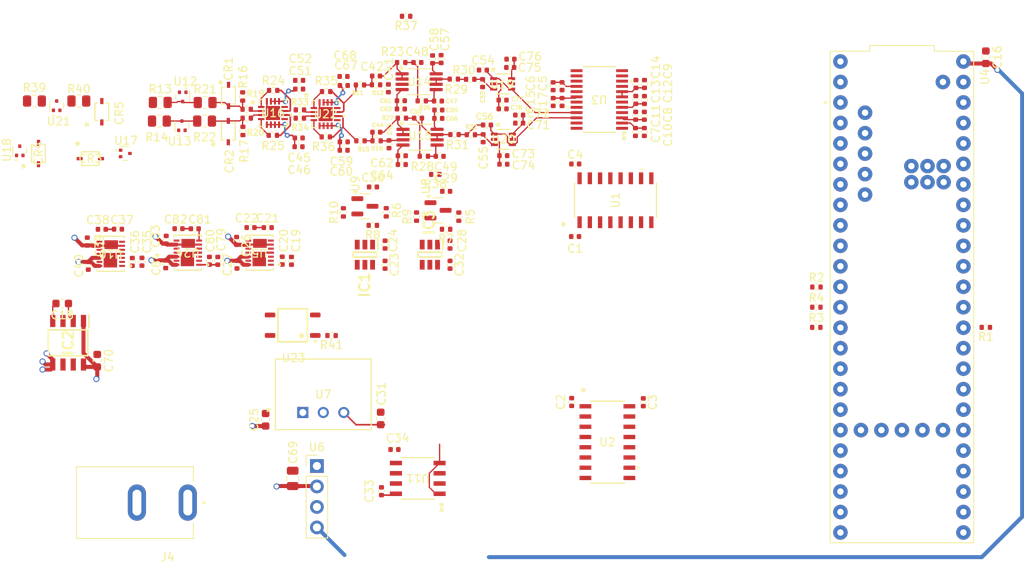
<source format=kicad_pcb>
(kicad_pcb (version 20240108) (generator "pcbnew") (generator_version "8.0")
  (layers (0 "F.Cu" signal) (1 "In1.Cu" signal) (2 "In2.Cu" signal) (31 "B.Cu" signal) (34 "B.Paste" user) (35 "F.Paste" user) (36 "B.SilkS" user "B.Silkscreen") (37 "F.SilkS" user "F.Silkscreen") (38 "B.Mask" user) (39 "F.Mask" user) (44 "Edge.Cuts" user))
  (net 0 "")
  (net 1 "3v3Teensy")
  (net 2 "GND3")
  (net 3 "GND2")
  (net 4 "5venc")
  (net 5 "GNDD")
  (net 6 "3v3Ext")
  (net 7 "3V3Ext")
  (net 8 "-2v5ref")
  (net 9 "GNDA")
  (net 10 "+2v5ref")
  (net 11 "+2v5adc")
  (net 12 "Net-(U3-REGCAPA)")
  (net 13 "Net-(U3-REGCAPD)")
  (net 14 "5vpwr")
  (net 15 "Net-(IC2-CAP-)")
  (net 16 "Net-(IC2-CAP+)")
  (net 17 "+5vref")
  (net 18 "Net-(U5-BYPP)")
  (net 19 "Net-(U5-OUTN)")
  (net 20 "-5vref")
  (net 21 "+12v")
  (net 22 "GNDPWR")
  (net 23 "-12v")
  (net 24 "-2v5adc")
  (net 25 "+5vexc")
  (net 26 "Net-(U10-BYPP)")
  (net 27 "Net-(U10-OUTN)")
  (net 28 "-5vexc")
  (net 29 "Net-(U14A-+)")
  (net 30 "Net-(U14A--)")
  (net 31 "Net-(C42-Pad1)")
  (net 32 "Net-(U15A-+)")
  (net 33 "Net-(C44-Pad1)")
  (net 34 "Net-(U15A--)")
  (net 35 "Net-(U14B-+)")
  (net 36 "Net-(U14B--)")
  (net 37 "Net-(C48-Pad1)")
  (net 38 "Net-(U15B-+)")
  (net 39 "Net-(C50-Pad1)")
  (net 40 "Net-(U15B--)")
  (net 41 "Net-(U19-+)")
  (net 42 "-DCSIG^'*")
  (net 43 "Net-(C54-Pad1)")
  (net 44 "Net-(U20-+)")
  (net 45 "Net-(C56-Pad1)")
  (net 46 "+DCSIG^'*")
  (net 47 "+DCSIG^")
  (net 48 "GND1")
  (net 49 "-DCSIG^")
  (net 50 "ACSIG^")
  (net 54 "ASCLK")
  (net 55 "Net-(U4-SCK)")
  (net 56 "!ACS")
  (net 57 "Net-(U4-CS1)")
  (net 58 "AMISO")
  (net 59 "Net-(U4-MISO)")
  (net 60 "AMOSI")
  (net 61 "Net-(U4-MOSI)")
  (net 62 "Net-(U8-REF)")
  (net 63 "Net-(U9-REF)")
  (net 64 "-DCSIG^'")
  (net 65 "Net-(U12-C1{slash}A2)")
  (net 66 "+DCSIG")
  (net 67 "Net-(U13-C1{slash}A2)")
  (net 68 "-DCSIG")
  (net 69 "+DCSIG^'")
  (net 70 "Net-(U16-+IN)")
  (net 71 "Net-(U16--IN)")
  (net 72 "Net-(U16--FB)")
  (net 73 "-intout")
  (net 74 "Net-(U16-+FB)")
  (net 75 "+intout")
  (net 76 "Net-(U22-+IN)")
  (net 77 "Net-(U22--IN)")
  (net 78 "Net-(U22--FB)")
  (net 79 "Net-(U22-+FB)")
  (net 80 "ACSIG")
  (net 81 "Net-(U21-C1{slash}A2)")
  (net 82 "Net-(R41-Pad2)")
  (net 83 "shcalctrl")
  (net 84 "3v3")
  (net 85 "!BCS")
  (net 86 "BMISO")
  (net 87 "BMOSI")
  (net 88 "BSCLK")
  (net 89 "Benc1")
  (net 91 "Benc3")
  (net 92 "Benc2")
  (net 94 "Aenc2")
  (net 95 "Aenc3")
  (net 97 "Aenc1")
  (net 166 "ACSHCAL")
  (net 167 "+5vcla")
  (net 168 "Net-(U24-BYPP)")
  (net 169 "Net-(U24-OUTN)")
  (net 170 "-5vcla")
  (footprint "dynoinst_fp:SOT95P280X145-6N" (layer "F.Cu") (at 163 90.75 -90)
    (property "Reference" "IC3")
    (property "Value" "MCP1502T-25E_CHY" (hide yes))
  )
  (footprint "dynoinst_fp:SOIC127P600X175-8N" (layer "F.Cu") (at 118.170091 101.673462 -90)
    (property "Reference" "IC2")
    (property "Value" "TC7660SEOA713" (hide yes))
  )
  (footprint "Resistor_SMD:R_0402_1005Metric" (layer "F.Cu") (at 163.672822 80.795391 180)
    (property "Reference" "R38")
    (property "Value" "0")
  )
  (footprint "Resistor_SMD:R_0805_2012Metric" (layer "F.Cu") (at 113.99944 71.693875)
    (property "Reference" "R39")
    (property "Value" "7.5")
  )
  (footprint "Resistor_SMD:R_0402_1005Metric" (layer "F.Cu") (at 210.8875 99.765)
    (property "Reference" "R3")
    (property "Value" "tbd")
  )
  (footprint "dynoinst_fp:MODULE_DEV-16771" (layer "F.Cu") (at 221.5 96 -90)
    (property "Reference" "U4")
    (property "Value" "DEV-16771")
  )
  (footprint "Package_TO_SOT_SMD:SOT-23" (layer "F.Cu") (at 164.0125 85.25)
    (property "Reference" "U8")
    (property "Value" "TL431DBZ")
  )
  (footprint "Resistor_SMD:R_0402_1005Metric" (layer "F.Cu") (at 166.587273 86.035424 90)
    (property "Reference" "R5")
    (property "Value" "500")
  )
  (footprint "Capacitor_SMD:C_0402_1005Metric" (layer "F.Cu") (at 126.124804 91.645535 90)
    (property "Reference" "C36")
    (property "Value" "0.01uf")
  )
  (footprint "Capacitor_SMD:C_0402_1005Metric" (layer "F.Cu") (at 169.603921 76.307234 -90)
    (property "Reference" "C55")
    (property "Value" "1.3nF")
  )
  (footprint "Resistor_SMD:R_0402_1005Metric" (layer "F.Cu") (at 140.298506 72.717469)
    (property "Reference" "R19")
    (property "Value" "38.3")
  )
  (footprint "Capacitor_SMD:C_0402_1005Metric" (layer "F.Cu") (at 165.5 89.5 90)
    (property "Reference" "C28")
    (property "Value" "1uF")
  )
  (footprint "Capacitor_SMD:C_0402_1005Metric" (layer "F.Cu") (at 161.450841 66.912736)
    (property "Reference" "C48")
    (property "Value" "1.5nF")
  )
  (footprint "dynoinst_fp:DFN14_DE14MA_ADI" (layer "F.Cu") (at 133 90.5 180)
    (property "Reference" "U24")
    (property "Value" "LT3032IDE-5-TRPBF")
  )
  (footprint "Package_TO_SOT_SMD:SOT-723" (layer "F.Cu") (at 116.752485 72.269231 90)
    (property "Reference" "U21")
    (property "Value" "1SS362FV_L3F")
  )
  (footprint "Resistor_SMD:R_0402_1005Metric" (layer "F.Cu") (at 152.285909 85.504752 90)
    (property "Reference" "R10")
    (property "Value" "100")
  )
  (footprint "Capacitor_SMD:C_0402_1005Metric" (layer "F.Cu") (at 135.679675 91.503796 90)
    (property "Reference" "C80")
    (property "Value" "0.01uf")
  )
  (footprint "Resistor_SMD:R_0402_1005Metric" (layer "F.Cu") (at 143.58405 70.376002 180)
    (property "Reference" "R24")
    (property "Value" "1.21k")
  )
  (footprint "Resistor_SMD:R_0402_1005Metric" (layer "F.Cu") (at 139.800615 71.127925 -90)
    (property "Reference" "R16")
    (property "Value" "1.78k")
  )
  (footprint "Capacitor_SMD:C_0402_1005Metric" (layer "F.Cu") (at 120.548387 89.121083 90)
    (property "Reference" "C39")
    (property "Value" "10uF")
  )
  (footprint "Capacitor_SMD:C_0402_1005Metric" (layer "F.Cu") (at 188.478089 75.530527 90)
    (property "Reference" "C7")
    (property "Value" "10uF")
  )
  (footprint "Resistor_SMD:R_0805_2012Metric" (layer "F.Cu") (at 129.589057 71.864398)
    (property "Reference" "R13")
    (property "Value" "7.5")
  )
  (footprint "Capacitor_SMD:C_0603_1608Metric" (layer "F.Cu") (at 231.8975 66.265 -90)
    (property "Reference" "C16")
    (property "Value" "100uF")
  )
  (footprint "Resistor_SMD:R_0402_1005Metric" (layer "F.Cu") (at 146.89811 72.789866)
    (property "Reference" "R33")
    (property "Value" "23.2")
  )
  (footprint "Capacitor_SMD:C_0402_1005Metric" (layer "F.Cu") (at 172.959174 67.528969 180)
    (property "Reference" "C75")
    (property "Value" "0.1uF")
  )
  (footprint "Capacitor_SMD:C_0402_1005Metric" (layer "F.Cu") (at 145.850776 91.508553 -90)
    (property "Reference" "C19")
    (property "Value" "0.01uf")
  )
  (footprint "dynoinst_fp:DIODE_CDSOD323-T36SC_BRN" (layer "F.Cu") (at 138.022479 75.480314 90)
    (property "Reference" "CR2")
    (property "Value" "CDSOD323-T36SC")
  )
  (footprint "Capacitor_SMD:C_0402_1005Metric" (layer "F.Cu") (at 172.01518 72.66777)
    (property "Reference" "C78")
    (property "Value" "10uF")
  )
  (footprint "Capacitor_SMD:C_0402_1005Metric" (layer "F.Cu") (at 120.671619 92.125 90)
    (property "Reference" "C40")
    (property "Value" "10uF")
  )
  (footprint "Connector_PinHeader_2.54mm:PinHeader_1x04_P2.54mm_Vertical" (layer "F.Cu") (at 149 116.96)
    (property "Reference" "U6")
    (property "Value" "1S4E_1.5U")
  )
  (footprint "Capacitor_SMD:C_0402_1005Metric" (layer "F.Cu") (at 130.262905 91.935094 90)
    (property "Reference" "C84")
    (property "Value" "10uF")
  )
  (footprint "Capacitor_SMD:C_0402_1005Metric" (layer "F.Cu") (at 152.330531 76.760181)
    (property "Reference" "C59")
    (property "Value" "10uF")
  )
  (footprint "Capacitor_SMD:C_0402_1005Metric" (layer "F.Cu") (at 164.050614 72.80695)
    (property "Reference" "C65")
    (property "Value" "10uF")
  )
  (footprint "Capacitor_SMD:C_0402_1005Metric" (layer "F.Cu") (at 140.778314 87.385851)
    (property "Reference" "C22")
    (property "Value" "0.01uf")
  )
  (footprint "dynoinst_fp:SOIC-8_NB_ONS" (layer "F.Cu") (at 161.5 118.5 180)
    (property "Reference" "U11")
    (property "Value" "NCV8184DR2G")
  )
  (footprint "Resistor_SMD:R_0402_1005Metric" (layer "F.Cu") (at 154.40099 76.628374)
    (property "Reference" "R15")
    (property "Value" "2.26k")
  )
  (footprint "Resistor_SMD:R_0402_1005Metric" (layer "F.Cu") (at 159.446371 66.915602)
    (property "Reference" "R23")
    (property "Value" "6.34k")
  )
  (footprint "Capacitor_SMD:C_0402_1005Metric" (layer "F.Cu") (at 130.32766 88.900671 90)
    (property "Reference" "C83")
    (property "Value" "10uF")
  )
  (footprint "Resistor_SMD:R_0805_2012Metric" (layer "F.Cu") (at 135.14788 71.879538)
    (property "Reference" "R21")
    (property "Value" "30")
  )
  (footprint "Capacitor_SMD:C_0402_1005Metric" (layer "F.Cu") (at 159.518244 79.568166)
    (property "Reference" "C64")
    (property "Value" "0.1uF")
  )
  (footprint "Resistor_SMD:R_0402_1005Metric" (layer "F.Cu") (at 143.544848 75.951713)
    (property "Reference" "R25")
    (property "Value" "1.21k")
  )
  (footprint "Capacitor_SMD:C_0402_1005Metric" (layer "F.Cu") (at 161.530286 73.813357)
    (property "Reference" "C50")
    (property "Value" "1.5nF")
  )
  (footprint "Capacitor_SMD:C_0402_1005Metric" (layer "F.Cu") (at 169.533963 69.475557 -90)
    (property "Reference" "C53")
    (property "Value" "1.3nF")
  )
  (footprint "Capacitor_SMD:C_0402_1005Metric" (layer "F.Cu") (at 189.449725 109.054183 -90)
    (property "Reference" "C3")
    (property "Value" "0.1uF")
  )
  (footprint "Capacitor_SMD:C_0402_1005Metric" (layer "F.Cu") (at 188.534556 69.578637 -90)
    (property "Reference" "C14")
    (property "Value" "0.1uF")
  )
  (footprint "Resistor_SMD:R_0402_1005Metric" (layer "F.Cu") (at 159.536863 73.818084)
    (property "Reference" "R27")
    (property "Value" "6.34k")
  )
  (footprint "Capacitor_SMD:C_0402_1005Metric" (layer "F.Cu") (at 133.863633 87.532499)
    (property "Reference" "C81")
    (property "Value" "0.01uf")
  )
  (footprint "dynoinst_fp:KS-6_ADI" (layer "F.Cu") (at 172.020433 69.564992)
    (property "Reference" "U19")
    (property "Value" "ADA4807-1")
  )
  (footprint "Capacitor_SMD:C_0402_1005Metric" (layer "F.Cu") (at 157.863434 70.112596 -90)
    (property "Reference" "C41")
    (property "Value" "150pF")
  )
  (footprint "Package_TO_SOT_SMD:SOT-723" (layer "F.Cu") (at 132.270992 74.748482 90)
    (property "Reference" "U13")
    (property "Value" "1SS362FV_L3F")
  )
  (footprint "Package_SO:MSOP-8_3x3mm_P0.65mm" (layer "F.Cu") (at 161.672822 69.295391)
    (property "Reference" "U14")
    (property "Value" "ADA4807-2ARM")
  )
  (footprint "Capacitor_SMD:C_0402_1005Metric" (layer "F.Cu") (at 179.377595 69.851332 -90)
    (property "Reference" "C5")
    (property "Value" "10uF")
  )
  (footprint "Capacitor_SMD:C_0402_1005Metric" (layer "F.Cu") (at 179.38197 71.813555 90)
    (property "Reference" "C17")
    (property "Value" "1uF")
  )
  (footprint "Capacitor_SMD:C_0402_1005Metric" (layer "F.Cu") (at 172.012885 71.580767)
    (property "Reference" "C77")
    (property "Value" "0.1uF")
  )
  (footprint "Resistor_SMD:R_0402_1005Metric" (layer "F.Cu") (at 166.057789 75.851942)
    (property "Reference" "R31")
    (property "Value" "953")
  )
  (footprint "Resistor_SMD:R_0402_1005Metric" (layer "F.Cu") (at 161.997678 71.675249)
    (property "Reference" "R26")
    (property "Value" "14k")
  )
  (footprint "Capacitor_SMD:C_0402_1005Metric" (layer "F.Cu") (at 146.802936 70.213049 180)
    (property "Reference" "C51")
    (property "Value" "10uF")
  )
  (footprint "Capacitor_SMD:C_0402_1005Metric" (layer "F.Cu") (at 178.285432 71.810966 90)
    (property "Reference" "C15")
    (property "Value" "0.1uF")
  )
  (footprint "Resistor_SMD:R_0402_1005Metric" (layer "F.Cu") (at 210.9075 94.765)
    (property "Reference" "R2")
    (property "Value" "tbd")
  )
  (footprint "Capacitor_SMD:C_0402_1005Metric" (layer "F.Cu") (at 152.316575 77.798603)
    (property "Reference" "C60")
    (property "Value" "0.1uF")
  )
  (footprint "Capacitor_SMD:C_0402_1005Metric" (layer "F.Cu") (at 164.392843 66.485593 90)
    (property "Reference" "C57")
    (property "Value" "10uF")
  )
  (footprint "Resistor_SMD:R_0402_1005Metric" (layer "F.Cu") (at 154.340703 69.701736)
    (property "Reference" "R11")
    (property "Value" "2.26k")
  )
  (footprint "Capacitor_SMD:C_0805_2012Metric" (layer "F.Cu") (at 146 118.5 -90)
    (property "Reference" "C69")
    (property "Value" "100uF")
  )
  (footprint "Resistor_SMD:R_0402_1005Metric" (layer "F.Cu") (at 150.147243 70.518746 180)
    (property "Reference" "R35")
    (property "Value" "750")
  )
  (footprint "Capacitor_SMD:C_0402_1005Metric" (layer "F.Cu") (at 131.854366 87.522759)
    (property "Reference" "C82")
    (property "Value" "0.01uf")
  )
  (footprint "Capacitor_SMD:C_0402_1005Metric" (layer "F.Cu") (at 139.09657 91.979998 90)
    (property "Reference" "C27")
    (property "Value" "10uF")
  )
  (footprint "Resistor_SMD:R_0402_1005Metric" (layer "F.Cu") (at 165.967111 68.973567)
    (property "Reference" "R29")
    (property "Value" "953")
  )
  (footprint "dynoinst_fp:SOIC254P610X218-4N" (layer "F.Cu") (at 146 99.5 180)
    (property "Reference" "U23")
    (property "Value" "CPC1017N")
  )
  (footprint "Capacitor_SMD:C_0402_1005Metric" (layer "F.Cu") (at 146.800615 69.127925 180)
    (property "Reference" "C52")
    (property "Value" "0.1uF")
  )
  (footprint "dynoinst_fp:DIODE_CDSOD323-T36SC_BRN" (layer "F.Cu") (at 122.346922 73.024478 90)
    (property "Reference" "CR5")
    (property "Value" "CDSOD323-T36SC")
  )
  (footprint "Capacitor_SMD:C_0603_1608Metric" (layer "F.Cu") (at 156.904451 111.064612 90)
    (property "Reference" "C31")
    (property "Value" "10uF")
  )
  (footprint "Capacitor_SMD:C_0402_1005Metric" (layer "F.Cu") (at 163.336737 66.523311 90)
    (property "Reference" "C58")
    (property "Value" "0.1uF")
  )
  (footprint "dynoinst_fp:DIODE_CDSOD323-T36SC_BRN" (layer "F.Cu") (at 114.502283 78.201701 90)
    (property "Reference" "CR4")
    (property "Value" "CDSOD323-T36SC")
  )
  (footprint "Capacitor_SMD:C_0402_1005Metric" (layer "F.Cu") (at 159.404925 71.651442)
    (property "Reference" "C61")
    (property "Value" "10uF")
  )
  (footprint "Resistor_SMD:R_0402_1005Metric" (layer "F.Cu") (at 168.082467 75.875979)
    (property "Reference" "R32")
    (property "Value" "2.1k")
  )
  (footprint "dynoinst_fp:LFCSP16_ADA4945-1ACPZ-R2_ADI" (layer "F.Cu") (at 143.550614 73.180125)
    (property "Reference" "U16")
    (property "Value" "ADA4945-1ACPZ-R2")
  )
  (footprint "Resistor_SMD:R_0402_1005Metric" (layer "F.Cu") (at 210.8975 97.265)
    (property "Reference" "R4")
    (property "Value" "tbd")
  )
  (footprint "Resistor_SMD:R_0402_1005Metric" (layer "F.Cu") (at 165.012106 87.596902 180)
    (property "Reference" "R7")
    (property "Value" "45k")
  )
  (footprint "dynoinst_fp:DIODE_CDSOD323-T36SC_BRN" (layer "F.Cu") (at 138.050614 71.007275 -90)
    (property "Reference" "CR1")
    (property "Value" "CDSOD323-T36SC")
  )
  (footprint "Resistor_SMD:R_0402_1005Metric" (layer "F.Cu") (at 139.830401 75.403096 90)
    (property "Reference" "R17")
    (property "Value" "1.78k")
  )
  (footprint "Capacitor_SMD:C_0402_1005Metric" (layer "F.Cu") (at 144.708055 91.485329 90)
    (property "Reference" "C20")
    (property "Value" "0.01uf")
  )
  (footprint "Resistor_SMD:R_0402_1005Metric" (layer "F.Cu") (at 150.103725 76.141315)
    (property "Reference" "R36")
    (property "Value" "750")
  )
  (footprint "dynoinst_fp:21-0041_S16&plus_1_MXM_1" (layer "F.Cu") (at 186 84 90)
    (property "Reference" "U1")
    (property "Value" "MAX14931FASE+")
  )
  (footprint "Capacitor_SMD:C_0402_1005Metric" (layer "F.Cu") (at 152.297046 68.647457 180)
    (property "Reference" "C68")
    (property "Value" "0.1uF")
  )
  (footprint "dynoinst_fp:KS-6_ADI" (layer "F.Cu") (at 172.112931 76.449868)
    (property "Reference" "U20")
    (property "Value" "ADA4807-1")
  )
  (footprint "Capacitor_SMD:C_0402_1005Metric" (layer "F.Cu") (at 127.317442 91.627425 -90)
    (property "Reference" "C35")
    (property "Value" "0.01uf")
  )
  (footprint "dynoinst_fp:21-0041_S16&plus_1_MXM" (layer "F.Cu") (at 185 114)
    (property "Reference" "U2")
    (property "Value" "MAX14930FASE+")
  )
  (footprint "Capacitor_SMD:C_0402_1005Metric" (layer "F.Cu") (at 164.212696 78.550733)
    (property "Reference" "C49")
    (property "Value" "10uF")
  )
  (footprint "Resistor_SMD:R_0805_2012Metric" (layer "F.Cu") (at 119.49944 71.693875)
    (property "Reference" "R40")
    (property "Value" "30")
  )
  (footprint "Capacitor_SMD:C_0402_1005Metric" (layer "F.Cu") (at 189.581075 73.525354 -90)
    (property "Reference" "C8")
    (property "Value" "10uF")
  )
  (footprint "Capacitor_SMD:C_0402_1005Metric" (layer "F.Cu") (at 189.596729 69.574752 -90)
    (property "Reference" "C9")
    (property "Value" "1uF")
  )
  (footprint "Capacitor_SMD:C_0402_1005Metric" (layer "F.Cu") (at 163.99944 71.693875)
    (property "Reference" "C47")
    (property "Value" "10uF")
  )
  (footprint "Capacitor_SMD:C_0402_1005Metric" (layer "F.Cu") (at 165.02505 82.891074)
    (property "Reference" "C29")
    (property "Value" "0.1uf")
  )
  (footprint "Capacitor_SMD:C_0402_1005Metric" (layer "F.Cu") (at 178.27468 69.858436 -90)
    (property "Reference" "C6")
    (property "Value" "0.1uF")
  )
  (footprint "Capacitor_SMD:C_0402_1005Metric" (layer "F.Cu") (at 152.331671 69.76407 180)
    (property "Reference" "C67")
    (property "Value" "10uF")
  )
  (footprint "Capacitor_SMD:C_0402_1005Metric" (layer "F.Cu") (at 189.581075 75.531625 90)
    (property "Reference" "C10")
    (property "Value" "0.1uF")
  )
  (footprint "Capacitor_SMD:C_0402_1005Metric" (layer "F.Cu") (at 164.045466 73.847812)
    (property "Reference" "C66")
    (property "Value" "0.1uF")
  )
  (footprint "Capacitor_SMD:C_0402_1005Metric" (layer "F.Cu") (at 172.985451 66.500313 180)
    (property "Reference" "C76")
    (property "Value" "10uF")
  )
  (footprint "Resistor_SMD:R_0402_1005Metric" (layer "F.Cu") (at 161.348753 86.02816 90)
    (property "Reference" "R9")
    (property "Value" "100")
  )
  (footprint "Capacitor_SMD:C_0402_1005Metric" (layer "F.Cu") (at 157.45 92 -90)
    (property "Reference" "C23")
    (property "Value" "1uF")
  )
  (footprint "Package_TO_SOT_SMD:SOT-723" (layer "F.Cu") (at 125.252485 78.193875)
    (property "Reference" "U17")
    (property "Value" "1SS362FV_L3F")
  )
  (footprint "Resistor_SMD:R_0402_1005Metric" (layer "F.Cu") (at 160.060614 61.180125 180)
    (property "Reference" "R37")
    (property "Value" "0")
  )
  (footprint "Capacitor_SMD:C_0402_1005Metric" (layer "F.Cu") (at 156.365866 75.554864)
    (property "Reference" "C44")
    (property "Value" "1.5nF")
  )
  (footprint "Capacitor_SMD:C_0402_1005Metric" (layer "F.Cu") (at 124.347984 87.585693)
    (property "Reference" "C37")
    (property "Value" "0.01uf")
  )
  (footprint "Capacitor_SMD:C_0402_1005Metric" (layer "F.Cu") (at 156.336421 68.593517)
    (property "Reference" "C42")
    (property "Value" "1.5nF")
  )
  (footprint "dynoinst_fp:LFCSP16_ADA4945-1ACPZ-R2_ADI" (layer "F.Cu") (at 150.080531 73.312381)
    (property "Reference" "U22")
    (property "Value" "ADA4945-1ACPZ-R2")
  )
  (footprint "Capacitor_SMD:C_0402_1005Metric" (layer "F.Cu") (at 188.521319 71.551585 90)
    (property "Reference" "C13")
    (property "Value" "0.1uF")
  )
  (footprint "Capacitor_SMD:C_0402_1005Metric" (layer "F.Cu") (at 146.724328 77.360412)
    (property "Reference" "C46")
    (property "Value" "0.1uF")
  )
  (footprint "Package_SO:MSOP-8_3x3mm_P0.65mm" (layer "F.Cu") (at 161.785322 76.180125)
    (property "Reference" "U15")
    (property "Value" "ADA4807-2ARM")
  )
  (footprint "Resistor_SMD:R_0805_2012Metric" (layer "F.Cu") (at 129.480443 74.180465)
    (property "Reference" "R14")
    (property "Value" "7.5")
  )
  (footprint "Capacitor_SMD:C_0402_1005Metric" (layer "F.Cu") (at 157.936151 77.058558 -90)
    (property "Reference" "C43")
    (property "Value" "150pF")
  )
  (footprint "dynoinst_fp:DIODE_CDSOD323-T36SC_BRN" (layer "F.Cu") (at 120.924485 78.839375)
    (property "Reference" "CR3")
    (property "Value" "CDSOD323-T36SC")
  )
  (footprint "dynoinst_fp:CUI_PJ-037A" (layer "F.Cu") (at 133 121.5 180)
    (property "Reference" "J4")
    (property "Value" "Barrel_Jack")
  )
  (footprint "Resistor_SMD:R_0402_1005Metric" (layer "F.Cu") (at 150.814819 100.779711 180)
    (property "Reference" "R41")
    (property "Value" "330")
  )
  (footprint "Capacitor_SMD:C_0402_1005Metric" (layer "F.Cu") (at 158.612349 114.916076 180)
    (property "Reference" "C34")
    (property "Value" "0.1uf")
  )
  (footprint "dynoinst_fp:R-78E-0.5_RCP" (layer "F.Cu") (at 147.25151 110.3254)
    (property "Reference" "U7")
    (property "Value" "R-78E5.0-0.5")
  )
  (footprint "Capacitor_SMD:C_0402_1005Metric" (layer "F.Cu") (at 165.5 92 -90)
    (property "Reference" "C32")
    (property "Value" "0.1uf")
  )
  (footprint "Resistor_SMD:R_0402_1005Metric" (layer "F.Cu") (at 157.593815 85.496435 90)
    (property "Reference" "R6")
    (property "Value" "500")
  )
  (footprint "Capacitor_SMD:C_0402_1005Metric" (layer "F.Cu") (at 157 120.091094 -90)
    (property "Reference" "C33")
    (property "Value" "0.1uf")
  )
  (footprint "Capacitor_SMD:C_0402_1005Metric" (layer "F.Cu") (at 180.571262 109.025464 -90)
    (property "Reference" "C2")
    (property "Value" "0.1uF")
  )
  (footprint "Resistor_SMD:R_0402_1005Metric" (layer "F.Cu") (at 231.8975 99.765 180)
    (property "Reference" "R1")
    (property "Value" "tbd")
  )
  (footprint "Capacitor_SMD:C_0402_1005Metric" (layer "F.Cu") (at 122.350057 87.603301)
    (property "Reference" "C38")
    (property "Value" "0.01uf")
  )
  (footprint "dynoinst_fp:DFN14_DE14MA_ADI" (layer "F.Cu") (at 141.9 90.499998 180)
    (property "Reference" "U5")
    (property "Value" "LT3032IDE-5-TRPBF")
  )
  (footprint "Capacitor_SMD:C_0402_1005Metric" (layer "F.Cu") (at 155.951464 82.351689)
    (property "Reference" "C30")
    (property "Value" "0.1uf")
  )
  (footprint "Capacitor_SMD:C_0402_1005Metric" (layer "F.Cu") (at 142.905805 87.39049)
    (property "Reference" "C21")
    (property "Value" "0.01uf")
  )
  (footprint "Capacitor_SMD:C_0402_1005Metric" (layer "F.Cu") (at 157.45 89.5 90)
    (property "Reference" "C24")
    (property "Value" "0.1uf")
  )
  (footprint "Resistor_SMD:R_0402_1005Metric" (layer "F.Cu") (at 162.256996 78.543276)
    (property "Reference" "R28")
    (property "Value" "14k")
  )
  (footprint "Resistor_SMD:R_0402_1005Metric" (layer "F.Cu") (at 140.306194 73.816911)
    (property "Reference" "R20")
    (property "Value" "38.3")
  )
  (footprint "dynoinst_fp:DFN14_DE14MA_ADI" (layer "F.Cu") (at 123.455 90.645 180)
    (property "Reference" "U10")
    (property "Value" "LT3032IDE-5-TRPBF")
  )
  (footprint "Capacitor_SMD:C_0603_1608Metric" (layer "F.Cu") (at 121.779307 103.897136 -90)
    (property "Reference" "C70")
    (property "Value" "10uF")
  )
  (footprint "Resistor_SMD:R_0402_1005Metric" (layer "F.Cu") (at 146.887719 73.82012)
    (property "Reference" "R34")
    (property "Value" "23.2")
  )
  (footprint "dynoinst_fp:RU_24_ADI" (layer "F.Cu") (at 184 71.5 180)
    (property "Reference" "U3")
    (property "Value" "AD7175-2BRUZ")
  )
  (footprint "Capacitor_SMD:C_0402_1005Metric" (layer "F.Cu") (at 189.592473 71.564183 90)
    (property "Reference" "C12")
    (property "Value" "1uF")
  )
  (footprint "Package_TO_SOT_SMD:SOT-23" (layer "F.Cu") (at 154.95 84.75)
    (property "Reference" "U9")
    (property "Value" "TL431DBZ")
  )
  (footprint "Capacitor_SMD:C_0402_1005Metric" (layer "F.Cu") (at 181.02 79.5)
    (property "Reference" "C4")
    (property "Value" "0.1uF")
  )
  (footprint "Capacitor_SMD:C_0402_1005Metric" (layer "F.Cu") (at 174.070614 73.433954 180)
    (property "Reference" "C72")
    (property "Value" "0.1uF")
  )
  (footprint "Capacitor_SMD:C_0402_1005Metric" (layer "F.Cu") (at 159.519494 78.478165)
    (property "Reference" "C62")
    (property "Value" "10uF")
  )
  (footprint "Capacitor_SMD:C_0402_1005Metric" (layer "F.Cu") (at 174.070614 74.433954 180)
    (property "Reference" "C71")
    (property "Value" "10uF")
  )
  (footprint "Capacitor_SMD:C_0402_1005Metric" (layer "F.Cu") (at 181 88.5)
    (property "Reference" "C1")
    (property "Value" "0.1uF")
  )
  (footprint "Capacitor_SMD:C_0603_1608Metric" (layer "F.Cu") (at 117.439173 96.807831 180)
    (property "Reference" "C18")
    (property "Value" "10uF")
  )
  (footprint "Capacitor_SMD:C_0402_1005Metric" (layer "F.Cu") (at 146.747578 76.27435)
    (property "Reference" "C45")
    (property "Value" "10uF")
  )
  (footprint "Capacitor_SMD:C_0603_1608Metric" (layer "F.Cu") (at 142.643376 111.228408 90)
    (property "Reference" "C25")
    (property "Value" "10uF")
  )
  (footprint "Resistor_SMD:R_0402_1005Metric" (layer "F.Cu") (at 168 69)
    (property "Reference" "R30")
    (property "Value" "2.1k")
  )
  (footprint "Resistor_SMD:R_0402_1005Metric" (layer "F.Cu") (at 156.329657 69.680349)
    (property "Reference" "R12")
    (property "Value" "4.02k")
  )
  (footprint "Capacitor_SMD:C_0402_1005Metric" (layer "F.Cu") (at 170.077787 74.666462)
    (property "Reference" "C56")
    (property "Value" "2.4nF")
  )
  (footprint "Resistor_SMD:R_0402_1005Metric" (layer "F.Cu") (at 155.929125 87.112269 180)
    (property "Reference" "R8")
    (property "Value" "45k")
  )
  (footprint "Package_TO_SOT_SMD:SOT-723" (layer "F.Cu") (at 112.177485 77.868875 90)
    (property "Reference" "U18")
    (property "Value" "1SS362FV_L3F")
  )
  (footprint "Resistor_SMD:R_0805_2012Metric" (layer "F.Cu") (at 135.080643 74.181216)
    (property "Reference" "R22")
    (property "Value" "30")
  )
  (footprint "Package_TO_SOT_SMD:SOT-723" (layer "F.Cu") (at 132.372036 71.180125 -90)
    (property "Reference" "U12")
    (property "Value" "1SS362FV_L3F")
  )
  (footprint "Capacitor_SMD:C_0402_1005Metric" (layer "F.Cu") (at 139.04939 89.040427 90)
    (property "Reference" "C26")
    (property "Value" "10uF")
  )
  (footprint "Capacitor_SMD:C_0402_1005Metric" (layer "F.Cu") (at 159.404103 72.680125)
    (property "Reference" "C63")
    (property "Value" "0.1uF")
  )
  (footprint "Capacitor_SMD:C_0402_1005Metric" (layer "F.Cu") (at 169.574136 67.854837)
    (property "Reference" "C54")
    (property "Value" "2.4nF")
  )
  (footprint "dynoinst_fp:SOT95P280X145-6N" (layer "F.Cu") (at 154.95 90.75 -90)
    (property "Reference" "IC1")
    (property "Value" "MCP1502T-25E_CHY" (hide yes))
  )
  (footprint "Capacitor_SMD:C_0402_1005Metric" (layer "F.Cu") (at 136.71896 91.51322 -90)
    (property "Reference" "C79")
    (property "Value" "0.01uf")
  )
  (footprint "Capacitor_SMD:C_0402_1005Metric" (layer "F.Cu") (at 188.502762 73.51977 -90)
    (property "Reference" "C11")
    (property "Value" "0.1uF")
  )
  (footprint "Resistor_SMD:R_0402_1005Metric" (layer "F.Cu") (at 156.396784 76.627804)
    (property "Reference" "R18")
    (property "Value" "4.02k")
  )
  (footprint "Capacitor_SMD:C_0402_1005Metric" (layer "F.Cu") (at 172.106423 79.529441)
    (property "Reference" "C74")
    (property "Value" "10uF")
  )
  (footprint "Capacitor_SMD:C_0402_1005Metric" (layer "F.Cu") (at 172.101741 78.467536)
    (property "Reference" "C73")
    (property "Value" "0.1uF")
  )
  (segment (start 158.628806 120.571094) (end 158.7949 120.405) (width 0.2) (layer "F.Cu") (net 4))
  (segment (start 157 120.571094) (end 158.628806 120.571094) (width 0.2) (layer "F.Cu") (net 4))
  (segment (start 156.904451 111.839612) (end 157.379451 111.839612) (width 0.2) (layer "F.Cu") (net 4))
  (segment (start 153.845722 111.839612) (end 152.33151 110.3254) (width 0.2) (layer "F.Cu") (net 4))
  (segment (start 156.904451 111.839612) (end 153.845722 111.839612) (width 0.2) (layer "F.Cu") (net 4))
  (segment (start 150.080531 73.312381) (end 149.33053 72.56238) (width 0.16) (layer "F.Cu") (net 5))
  (segment (start 149.33053 72.56238) (end 149.33053 71.864581) (width 0.16) (layer "F.Cu") (net 5))
  (segment (start 143.550614 73.180125) (end 142.800613 72.430124) (width 0.16) (layer "F.Cu") (net 5))
  (segment (start 142.800613 72.430124) (end 142.800613 71.732325) (width 0.16) (layer "F.Cu") (net 5))
  (segment (start 163.73455 120.405) (end 164.2051 120.405) (width 0.16) (layer "F.Cu") (net 6))
  (segment (start 162.93635 117.86375) (end 162.93635 119.6068) (width 0.16) (layer "F.Cu") (net 6))
  (segment (start 162.93635 119.6068) (end 163.73455 120.405) (width 0.16) (layer "F.Cu") (net 6))
  (segment (start 164.2051 116.595) (end 162.93635 117.86375) (width 0.16) (layer "F.Cu") (net 6))
  (segment (start 164.2051 116.595) (end 164.2051 114.26845) (width 0.16) (layer "F.Cu") (net 6))
  (segment (start 179.377595 69.371332) (end 179.881262 69.874999) (width 0.16) (layer "F.Cu") (net 7))
  (segment (start 179.377595 69.371332) (end 178.281784 69.371332) (width 0.16) (layer "F.Cu") (net 7))
  (segment (start 178.281784 69.371332) (end 178.27468 69.378436) (width 0.16) (layer "F.Cu") (net 7))
  (segment (start 179.881262 69.874999) (end 181.1806 69.874999) (width 0.16) (layer "F.Cu") (net 7))
  (segment (start 189.581075 75.051625) (end 188.479187 75.051625) (width 0.16) (layer "F.Cu") (net 8))
  (segment (start 149.830531 71.864581) (end 150.830532 71.864581) (width 0.16) (layer "F.Cu") (net 8))
  (segment (start 145.486219 70.44232) (end 146.093665 70.44232) (width 0.2) (layer "F.Cu") (net 8))
  (segment (start 151.370475 71.864581) (end 151.441274 71.93538) (width 0.2) (layer "F.Cu") (net 8))
  (segment (start 187.852562 74.425) (end 186.8194 74.425) (width 0.16) (layer "F.Cu") (net 8))
  (segment (start 146.093665 70.44232) (end 146.322936 70.213049) (width 0.2) (layer "F.Cu") (net 8))
  (segment (start 143.300614 71.732325) (end 144.300615 71.732325) (width 0.16) (layer "F.Cu") (net 8))
  (segment (start 144.300615 71.732325) (end 145.046289 71.732325) (width 0.2) (layer "F.Cu") (net 8))
  (segment (start 150.830532 71.864581) (end 151.370475 71.864581) (width 0.2) (layer "F.Cu") (net 8))
  (segment (start 152.216846 70.129245) (end 151.851671 69.76407) (width 0.2) (layer "F.Cu") (net 8))
  (segment (start 188.479187 75.051625) (end 188.478089 75.050527) (width 0.16) (layer "F.Cu") (net 8))
  (segment (start 188.478089 75.050527) (end 187.852562 74.425) (width 0.16) (layer "F.Cu") (net 8))
  (segment (start 152.216846 70.680125) (end 152.216846 70.129245) (width 0.2) (layer "F.Cu") (net 8))
  (segment (start 145.046289 71.732325) (end 145.104814 71.79085) (width 0.2) (layer "F.Cu") (net 8))
  (via (at 152.216846 70.680125) (size 0.6) (drill 0.3) (layers "F.Cu" "B.Cu") (net 8))
  (via (at 151.441274 71.93538) (size 0.6) (drill 0.3) (layers "F.Cu" "B.Cu") (net 8))
  (via (at 145.104814 71.79085) (size 0.6) (drill 0.3) (layers "F.Cu" "B.Cu") (net 8))
  (via (at 145.486219 70.44232) (size 0.6) (drill 0.3) (layers "F.Cu" "B.Cu") (net 8))
  (segment (start 145.104814 70.823725) (end 145.486219 70.44232) (width 0.2) (layer "B.Cu") (net 8))
  (segment (start 151.441274 71.455697) (end 151.441274 71.93538) (width 0.2) (layer "B.Cu") (net 8))
  (segment (start 145.104814 71.79085) (end 145.104814 70.823725) (width 0.2) (layer "B.Cu") (net 8))
  (segment (start 152.216846 70.680125) (end 151.441274 71.455697) (width 0.2) (layer "B.Cu") (net 8))
  (segment (start 144.300615 74.627925) (end 144.952085 74.627925) (width 0.2) (layer "F.Cu") (net 10))
  (segment (start 146.244328 77.360412) (end 146.244328 76.2976) (width 0.16) (layer "F.Cu") (net 10))
  (segment (start 188.502762 73.99977) (end 187.044168 73.99977) (width 0.16) (layer "F.Cu") (net 10))
  (segment (start 151.836575 77.798603) (end 151.836575 76.774137) (width 0.16) (layer "F.Cu") (net 10))
  (segment (start 150.830532 74.760181) (end 151.563932 74.760181) (width 0.2) (layer "F.Cu") (net 10))
  (segment (start 187.044168 73.99977) (end 186.8194 73.775002) (width 0.16) (layer "F.Cu") (net 10))
  (segment (start 145.325331 75.951739) (end 145.944967 75.951739) (width 0.2) (layer "F.Cu") (net 10))
  (segment (start 143.300614 74.627925) (end 144.300615 74.627925) (width 0.16) (layer "F.Cu") (net 10))
  (segment (start 151.850531 76.170875) (end 152.045878 75.975528) (width 0.2) (layer "F.Cu") (net 10))
  (segment (start 189.581075 74.005354) (end 188.508346 74.005354) (width 0.16) (layer "F.Cu") (net 10))
  (segment (start 145.944967 75.951739) (end 146.267578 76.27435) (width 0.2) (layer "F.Cu") (net 10))
  (segment (start 188.508346 74.005354) (end 188.502762 73.99977) (width 0.16) (layer "F.Cu") (net 10))
  (segment (start 144.952085 74.627925) (end 145.022885 74.557125) (width 0.2) (layer "F.Cu") (net 10))
  (segment (start 151.836575 76.774137) (end 151.850531 76.760181) (width 0.16) (layer "F.Cu") (net 10))
  (segment (start 151.850531 76.760181) (end 151.850531 76.170875) (width 0.2) (layer "F.Cu") (net 10))
  (segment (start 151.563932 74.760181) (end 151.634731 74.689382) (width 0.2) (layer "F.Cu") (net 10))
  (segment (start 149.33053 74.760181) (end 150.830532 74.760181) (width 0.16) (layer "F.Cu") (net 10))
  (segment (start 146.244328 76.2976) (end 146.267578 76.27435) (width 0.16) (layer "F.Cu") (net 10))
  (segment (start 142.800613 74.627925) (end 143.300614 74.627925) (width 0.16) (layer "F.Cu") (net 10))
  (via (at 145.022885 74.557125) (size 0.6) (drill 0.3) (layers "F.Cu" "B.Cu") (net 10))
  (via (at 152.045878 75.975528) (size 0.6) (drill 0.3) (layers "F.Cu" "B.Cu") (net 10))
  (via (at 151.634731 74.689382) (size 0.6) (drill 0.3) (layers "F.Cu" "B.Cu") (net 10))
  (via (at 145.325331 75.951739) (size 0.6) (drill 0.3) (layers "F.Cu" "B.Cu") (net 10))
  (segment (start 145.022885 75.649293) (end 145.325331 75.951739) (width 0.2) (layer "B.Cu") (net 10))
  (segment (start 145.022885 74.557125) (end 145.022885 75.649293) (width 0.2) (layer "B.Cu") (net 10))
  (segment (start 152.045878 75.100529) (end 151.634731 74.689382) (width 0.2) (layer "B.Cu") (net 10))
  (segment (start 152.045878 75.975528) (end 152.045878 75.100529) (width 0.2) (layer "B.Cu") (net 10))
  (segment (start 188.534556 70.058637) (end 188.068192 70.525001) (width 0.16) (layer "F.Cu") (net 11))
  (segment (start 188.538441 70.054752) (end 188.534556 70.058637) (width 0.16) (layer "F.Cu") (net 11))
  (segment (start 188.068192 70.525001) (end 186.8194 70.525001) (width 0.16) (layer "F.Cu") (net 11))
  (segment (start 186.8194 70.525001) (end 186.8194 71.175002) (width 0.16) (layer "F.Cu") (net 11))
  (segment (start 189.596729 70.054752) (end 188.538441 70.054752) (width 0.16) (layer "F.Cu") (net 11))
  (segment (start 189.592473 72.044183) (end 188.533917 72.044183) (width 0.16) (layer "F.Cu") (net 12))
  (segment (start 188.077902 72.475002) (end 186.8194 72.475002) (width 0.16) (layer "F.Cu") (net 12))
  (segment (start 188.533917 72.044183) (end 188.521319 72.031585) (width 0.16) (layer "F.Cu") (net 12))
  (segment (start 188.521319 72.031585) (end 188.077902 72.475002) (width 0.16) (layer "F.Cu") (net 12))
  (segment (start 179.38197 71.333555) (end 181.022044 71.333555) (width 0.16) (layer "F.Cu") (net 13))
  (segment (start 181.022044 71.333555) (end 181.1806 71.174999) (width 0.16) (layer "F.Cu") (net 13))
  (segment (start 178.285432 71.330966) (end 179.379381 71.330966) (width 0.16) (layer "F.Cu") (net 13))
  (segment (start 179.379381 71.330966) (end 179.38197 71.333555) (width 0.16) (layer "F.Cu") (net 13))
  (segment (start 229.37 67.04) (end 229.12 66.79) (width 0.5) (layer "F.Cu") (net 14))
  (segment (start 232.54 67.04) (end 233.33125 67.83125) (width 0.5) (layer "F.Cu") (net 14))
  (segment (start 231.8975 67.04) (end 232.54 67.04) (width 0.5) (layer "F.Cu") (net 14))
  (segment (start 231.8975 67.04) (end 229.37 67.04) (width 0.5) (layer "F.Cu") (net 14))
  (via (at 233.33125 67.83125) (size 0.75) (drill 0.5) (layers "F.Cu" "B.Cu") (net 14))
  (segment (start 170.3175 128.265) (end 231.3975 128.265) (width 0.5) (layer "B.Cu") (net 14))
  (segment (start 233.46375 67.83125) (end 233.33125 67.83125) (width 0.5) (layer "B.Cu") (net 14))
  (segment (start 231.3975 128.265) (end 236.3975 123.265) (width 0.5) (layer "B.Cu") (net 14))
  (segment (start 149 124.58) (end 152.42 128) (width 0.5) (layer "B.Cu") (net 14))
  (segment (start 236.3975 123.265) (end 236.3975 70.765) (width 0.5) (layer "B.Cu") (net 14))
  (segment (start 236.3975 70.765) (end 233.46375 67.83125) (width 0.5) (layer "B.Cu") (net 14))
  (segment (start 116.265091 98.973462) (end 116.265091 97.206913) (width 0.16) (layer "F.Cu") (net 15))
  (segment (start 116.265091 97.206913) (end 116.664173 96.807831) (width 0.16) (layer "F.Cu") (net 15))
  (segment (start 118.214173 96.807831) (end 118.214173 98.382544) (width 0.16) (layer "F.Cu") (net 16))
  (segment (start 118.214173 98.382544) (end 118.805091 98.973462) (width 0.16) (layer "F.Cu") (net 16))
  (segment (start 173.131683 68.914993) (end 173.131683 67.83646) (width 0.16) (layer "F.Cu") (net 17))
  (segment (start 163.336737 67.003311) (end 163.336737 67.871806) (width 0.16) (layer "F.Cu") (net 17))
  (segment (start 163.570614 72.80695) (end 163.570614 73.842664) (width 0.16) (layer "F.Cu") (net 17))
  (segment (start 173.439174 66.52659) (end 173.465451 66.500313) (width 0.16) (layer "F.Cu") (net 17))
  (segment (start 173.224181 75.799869) (end 173.224181 76.449868) (width 0.16) (layer "F.Cu") (net 17))
  (segment (start 174.550614 74.473436) (end 173.224181 75.799869) (width 0.16) (layer "F.Cu") (net 17))
  (segment (start 173.439174 67.528969) (end 173.439174 66.52659) (width 0.16) (layer "F.Cu") (net 17))
  (segment (start 174.550614 73.433954) (end 174.550614 74.433954) (width 0.16) (layer "F.Cu") (net 17))
  (segment (start 163.336737 67.871806) (end 163.785322 68.320391) (width 0.16) (layer "F.Cu") (net 17))
  (segment (start 163.565466 73.847812) (end 163.565466 74.872769) (width 0.16) (layer "F.Cu") (net 17))
  (segment (start 174.550614 74.433954) (end 174.550614 74.473436) (width 0.16) (layer "F.Cu") (net 17))
  (segment (start 164.392843 66.965593) (end 163.374455 66.965593) (width 0.16) (layer "F.Cu") (net 17))
  (segment (start 163.374455 66.965593) (end 163.336737 67.003311) (width 0.16) (layer "F.Cu") (net 17))
  (segment (start 163.565466 74.872769) (end 163.897822 75.205125) (width 0.16) (layer "F.Cu") (net 17))
  (segment (start 163.570614 73.842664) (end 163.565466 73.847812) (width 0.16) (layer "F.Cu") (net 17))
  (segment (start 173.131683 67.83646) (end 173.439174 67.528969) (width 0.16) (layer "F.Cu") (net 17))
  (segment (start 173.131683 69.564992) (end 173.131683 68.914993) (width 0.16) (layer "F.Cu") (net 17))
  (segment (start 141.258314 87.385851) (end 142.421166 87.385851) (width 0.16) (layer "F.Cu") (net 20))
  (segment (start 171.001681 76.449868) (end 171.262031 76.449868) (width 0.16) (layer "F.Cu") (net 20))
  (segment (start 159.038244 79.568166) (end 159.038244 78.479415) (width 0.16) (layer "F.Cu") (net 20))
  (segment (start 171.779625 70.336408) (end 171.532885 70.583148) (width 0.16) (layer "F.Cu") (net 20))
  (segment (start 171.626423 79.529441) (end 171.626423 78.472218) (width 0.16) (layer "F.Cu") (net 20))
  (segment (start 171.53518 71.583062) (end 171.532885 71.580767) (width 0.16) (layer "F.Cu") (net 20))
  (segment (start 158.924103 71.652264) (end 158.924925 71.651442) (width 0.16) (layer "F.Cu") (net 20))
  (segment (start 171.721307 69.564992) (end 171.779625 69.62331) (width 0.16) (layer "F.Cu") (net 20))
  (segment (start 159.560322 70.270391) (end 158.924925 70.905788) (width 0.16) (layer "F.Cu") (net 20))
  (segment (start 171.626423 78.472218) (end 171.621741 78.467536) (width 0.16) (layer "F.Cu") (net 20))
  (segment (start 171.53518 72.66777) (end 171.53518 71.583062) (width 0.16) (layer "F.Cu") (net 20))
  (segment (start 159.039494 78.478165) (end 159.039494 77.788453) (width 0.16) (layer "F.Cu") (net 20))
  (segment (start 170.935008 69.564992) (end 171 69.5) (width 0.16) (layer "F.Cu") (net 20))
  (segment (start 171.779625 69.62331) (end 171.779625 70.336408) (width 0.16) (layer "F.Cu") (net 20))
  (segment (start 158.924925 70.905788) (end 158.924925 71.651442) (width 0.16) (layer "F.Cu") (net 20))
  (segment (start 158.924103 72.680125) (end 158.924103 71.652264) (width 0.16) (layer "F.Cu") (net 20))
  (segment (start 159.038244 78.479415) (end 159.039494 78.478165) (width 0.16) (layer "F.Cu") (net 20))
  (segment (start 142.421166 87.385851) (end 142.425805 87.39049) (width 0.16) (layer "F.Cu") (net 20))
  (segment (start 171.262031 76.449868) (end 171.621741 76.809578) (width 0.16) (layer "F.Cu") (net 20))
  (segment (start 171.532885 70.583148) (end 171.532885 71.580767) (width 0.16) (layer "F.Cu") (net 20))
  (segment (start 171.621741 76.809578) (end 171.621741 78.467536) (width 0.16) (layer "F.Cu") (net 20))
  (segment (start 170.909183 69.564992) (end 171.721307 69.564992) (width 0.16) (layer "F.Cu") (net 20))
  (segment (start 159.039494 77.788453) (end 159.672822 77.155125) (width 0.16) (layer "F.Cu") (net 20))
  (segment (start 148.95 119.45) (end 149 119.5) (width 0.5) (layer "F.Cu") (net 21))
  (segment (start 120.981618 91.645) (end 121.481618 92.145) (width 0.5) (layer "F.Cu") (net 21))
  (segment (start 121.779307 104.672136) (end 120.373765 104.672136) (width 0.5) (layer "F.Cu") (net 21))
  (segment (start 130.572904 91.455094) (end 131.11781 92) (width 0.5) (layer "F.Cu") (net 21))
  (segment (start 130.262905 91.455094) (end 130.717997 91.000002) (width 0.5) (layer "F.Cu") (net 21))
  (segment (start 142.643376 112.003408) (end 141.003408 112.003408) (width 0.5) (layer "F.Cu") (net 21))
  (segment (start 121.171617 91.145002) (end 122.055 91.145002) (width 0.5) (layer "F.Cu") (net 21))
  (segment (start 141.003408 112.003408) (end 141 112) (width 0.5) (layer "F.Cu") (net 21))
  (segment (start 120.671619 91.645) (end 120.981618 91.645) (width 0.5) (layer "F.Cu") (net 21))
  (segment (start 139.09657 91.499998) (end 137.9 91.499998) (width 0.5) (layer "F.Cu") (net 21))
  (segment (start 120.373765 104.672136) (end 120.075091 104.373462) (width 0.5) (layer "F.Cu") (net 21))
  (segment (start 146 119.45) (end 145.55 119.45) (width 0.5) (layer "F.Cu") (net 21))
  (segment (start 146 119.45) (end 148.95 119.45) (width 0.5) (layer "F.Cu") (net 21))
  (segment (start 139.906569 91.999998) (end 140.5 91.999998) (width 0.5) (layer "F.Cu") (net 21))
  (segment (start 139.09657 91.499998) (end 139.596568 91) (width 0.5) (layer "F.Cu") (net 21))
  (segment (start 139.09657 91.499998) (end 139.406569 91.499998) (width 0.5) (layer "F.Cu") (net 21))
  (segment (start 121.779307 104.672136) (end 121.779307 106.064246) (width 0.5) (layer "F.Cu") (net 21))
  (segment (start 146 119.45) (end 144.05 119.45) (width 0.5) (layer "F.Cu") (net 21))
  (segment (start 130.262905 91.455094) (end 130.572904 91.455094) (width 0.5) (layer "F.Cu") (net 21))
  (segment (start 121.779307 106.064246) (end 121.670091 106.173462) (width 0.5) (layer "F.Cu") (net 21))
  (segment (start 120.671619 91.645) (end 121.171617 91.145002) (width 0.5) (layer "F.Cu") (net 21))
  (segment (start 144.05 119.45) (end 144 119.5) (width 0.5) (layer "F.Cu") (net 21))
  (segment (start 131.11781 92) (end 131.6 92) (width 0.5) (layer "F.Cu") (net 21))
  (segment (start 120.075091 102.96792) (end 120.075091 98.973462) (width 0.5) (layer "F.Cu") (net 21))
  (segment (start 139.596568 91) (end 140.5 91) (width 0.5) (layer "F.Cu") (net 21))
  (segment (start 130.717997 91.000002) (end 131.6 91.000002) (width 0.5) (layer "F.Cu") (net 21))
  (segment (start 130.262905 91.455094) (end 128.5 91.455094) (width 0.5) (layer "F.Cu") (net 21))
  (segment (start 120.671619 91.645) (end 119.455 91.645) (width 0.5) (layer "F.Cu") (net 21))
  (segment (start 139.406569 91.499998) (end 139.906569 91.999998) (width 0.5) (layer "F.Cu") (net 21))
  (segment (start 121.481618 92.145) (end 122.055 92.145) (width 0.5) (layer "F.Cu") (net 21))
  (segment (start 121.779307 104.672136) (end 120.075091 102.96792) (width 0.5) (layer "F.Cu") (net 21))
  (via (at 121.670091 106.173462) (size 0.75) (drill 0.5) (layers "F.Cu" "B.Cu") (net 21))
  (via (at 144 119.5) (size 0.75) (drill 0.5) (layers "F.Cu" "B.Cu") (net 21))
  (via (at 141 112) (size 0.75) (drill 0.5) (layers "F.Cu" "B.Cu") (net 21))
  (via (at 128.5 91.455094) (size 0.75) (drill 0.5) (layers "F.Cu" "B.Cu") (net 21))
  (via (at 119.455 91.645) (size 0.75) (drill 0.5) (layers "F.Cu" "B.Cu") (net 21))
  (via (at 137.9 91.499998) (size 0.75) (drill 0.5) (layers "F.Cu" "B.Cu") (net 21))
  (segment (start 120.548387 89.601083) (end 121.155484 89.601083) (width 0.5) (layer "F.Cu") (net 23))
  (segment (start 129.880671 89.380671) (end 130.32766 89.380671) (width 0.5) (layer "F.Cu") (net 23))
  (segment (start 121.155484 89.601083) (end 121.1994 89.644999) (width 0.5) (layer "F.Cu") (net 23))
  (segment (start 115.373462 104.373462) (end 115 104) (width 0.5) (layer "F.Cu") (net 23))
  (segment (start 116.265091 104.373462) (end 115.373462 104.373462) (width 0.5) (layer "F.Cu") (net 23))
  (segment (start 118.955 88.645) (end 119.911083 89.601083) (width 0.5) (layer "F.Cu") (net 23))
  (segment (start 139.04939 89.520427) (end 140.50177 89.520427) (width 0.5) (layer "F.Cu") (net 23))
  (segment (start 116.265091 104.734909) (end 116 105) (width 0.5) (layer "F.Cu") (net 23))
  (segment (start 116.265091 104.373462) (end 116.265091 104.734909) (width 0.5) (layer "F.Cu") (net 23))
  (segment (start 138 88.5) (end 138 88.503741) (width 0.5) (layer "F.Cu") (net 23))
  (segment (start 130.32766 89.380671) (end 130.446988 89.499999) (width 0.5) (layer "F.Cu") (net 23))
  (segment (start 130.446988 89.499999) (end 131.6222 89.499999) (width 0.5) (layer "F.Cu") (net 23))
  (segment (start 119.911083 89.601083) (end 120.548387 89.601083) (width 0.5) (layer "F.Cu") (net 23))
  (segment (start 129 88.5) (end 129.880671 89.380671) (width 0.5) (layer "F.Cu") (net 23))
  (segment (start 116 105) (end 115 105) (width 0.5) (layer "F.Cu") (net 23))
  (segment (start 116.265091 103.765091) (end 115.5 103) (width 0.5) (layer "F.Cu") (net 23))
  (segment (start 140.50177 89.520427) (end 140.5222 89.499997) (width 0.5) (layer "F.Cu") (net 23))
  (segment (start 121.1994 89.644999) (end 122.0772 89.644999) (width 0.5) (layer "F.Cu") (net 23))
  (segment (start 138 88.503741) (end 139.016686 89.520427) (width 0.5) (layer "F.Cu") (net 23))
  (segment (start 139.016686 89.520427) (end 139.04939 89.520427) (width 0.5) (layer "F.Cu") (net 23))
  (segment (start 116.265091 104.373462) (end 116.265091 103.765091) (width 0.5) (layer "F.Cu") (net 23))
  (via (at 129 88.5) (size 0.75) (drill 0.5) (layers "F.Cu" "B.Cu") (net 23))
  (via (at 118.955 88.645) (size 0.75) (drill 0.5) (layers "F.Cu" "B.Cu") (net 23))
  (via (at 115.5 103) (size 0.75) (drill 0.5) (layers "F.Cu" "B.Cu") (net 23))
  (via (at 115 104) (size 0.75) (drill 0.5) (layers "F.Cu" "B.Cu") (net 23))
  (via (at 115 105) (size 0.75) (drill 0.5) (layers "F.Cu" "B.Cu") (net 23))
  (via (at 138 88.5) (size 0.75) (drill 0.5) (layers "F.Cu" "B.Cu") (net 23))
  (segment (start 123.850376 87.603301) (end 123.867984 87.585693) (width 0.2) (layer "F.Cu") (net 28))
  (segment (start 122.830057 87.603301) (end 123.850376 87.603301) (width 0.2) (layer "F.Cu") (net 28))
  (segment (start 158.936371 67.69644) (end 159.560322 68.320391) (width 0.16) (layer "F.Cu") (net 30))
  (segment (start 157.258456 68.593517) (end 158.936371 66.915602) (width 0.16) (layer "F.Cu") (net 30))
  (segment (start 158.936371 66.915602) (end 158.936371 67.69644) (width 0.16) (layer "F.Cu") (net 30))
  (segment (start 159.560322 68.320391) (end 159.560322 68.970391) (width 0.16) (layer "F.Cu") (net 30))
  (segment (start 156.816421 68.593517) (end 157.258456 68.593517) (width 0.16) (layer "F.Cu") (net 30))
  (segment (start 155.819657 69.680349) (end 155.819657 68.630281) (width 0.16) (layer "F.Cu") (net 31))
  (segment (start 155.819657 68.630281) (end 155.856421 68.593517) (width 0.16) (layer "F.Cu") (net 31))
  (segment (start 154.850703 69.701736) (end 155.79827 69.701736) (width 0.16) (layer "F.Cu") (net 31))
  (segment (start 155.79827 69.701736) (end 155.819657 69.680349) (width 0.16) (layer "F.Cu") (net 31))
  (segment (start 157.886905 76.627804) (end 157.936151 76.578558) (width 0.16) (layer "F.Cu") (net 32))
  (segment (start 159.599389 76.578558) (end 159.672822 76.505125) (width 0.16) (layer "F.Cu") (net 32))
  (segment (start 157.936151 76.578558) (end 159.599389 76.578558) (width 0.16) (layer "F.Cu") (net 32))
  (segment (start 156.906784 76.627804) (end 157.886905 76.627804) (width 0.16) (layer "F.Cu") (net 32))
  (segment (start 154.91099 76.628374) (end 155.886214 76.628374) (width 0.16) (layer "F.Cu") (net 33))
  (segment (start 155.886784 75.555782) (end 155.885866 75.554864) (width 0.16) (layer "F.Cu") (net 33))
  (segment (start 155.886784 76.627804) (end 155.886784 75.555782) (width 0.16) (layer "F.Cu") (net 33))
  (segment (start 155.886214 76.628374) (end 155.886784 76.627804) (width 0.16) (layer "F.Cu") (net 33))
  (segment (start 159.026863 74.559166) (end 159.672822 75.205125) (width 0.16) (layer "F.Cu") (net 34))
  (segment (start 156.845866 75.554864) (end 157.290083 75.554864) (width 0.16) (layer "F.Cu") (net 34))
  (segment (start 157.290083 75.554864) (end 159.026863 73.818084) (width 0.16) (layer "F.Cu") (net 34))
  (segment (start 159.672822 75.205125) (end 159.672822 75.855125) (width 0.16) (layer "F.Cu") (net 34))
  (segment (start 159.026863 73.818084) (end 159.026863 74.559166) (width 0.16) (layer "F.Cu") (net 34))
  (segment (start 163.51944 71.693875) (end 163.51944 70.536273) (width 0.16) (layer "F.Cu") (net 35))
  (segment (start 162.507678 71.675249) (end 163.500814 71.675249) (width 0.16) (layer "F.Cu") (net 35))
  (segment (start 163.500814 71.675249) (end 163.51944 71.693875) (width 0.16) (layer "F.Cu") (net 35))
  (segment (start 163.51944 70.536273) (end 163.785322 70.270391) (width 0.16) (layer "F.Cu") (net 35))
  (segment (start 163.785322 69.620391) (end 163.785322 68.970391) (width 0.16) (layer "F.Cu") (net 36))
  (segment (start 163.785322 68.970391) (end 165.453935 68.970391) (width 0.16) (layer "F.Cu") (net 36))
  (segment (start 165.453935 68.970391) (end 165.457111 68.973567) (width 0.16) (layer "F.Cu") (net 36))
  (segment (start 159.959237 66.912736) (end 159.956371 66.915602) (width 0.16) (layer "F.Cu") (net 37))
  (segment (start 161.487678 71.675249) (end 161.487678 67.429573) (width 0.16) (layer "F.Cu") (net 37))
  (segment (start 160.970841 66.912736) (end 159.959237 66.912736) (width 0.16) (layer "F.Cu") (net 37))
  (segment (start 161.487678 67.429573) (end 160.970841 66.912736) (width 0.16) (layer "F.Cu") (net 37))
  (segment (start 162.766996 78.543276) (end 163.725239 78.543276) (width 0.16) (layer "F.Cu") (net 38))
  (segment (start 163.732696 78.550733) (end 163.732696 77.320251) (width 0.16) (layer "F.Cu") (net 38))
  (segment (start 163.725239 78.543276) (end 163.732696 78.550733) (width 0.16) (layer "F.Cu") (net 38))
  (segment (start 163.732696 77.320251) (end 163.897822 77.155125) (width 0.16) (layer "F.Cu") (net 38))
  (segment (start 161.045559 73.818084) (end 161.050286 73.813357) (width 0.16) (layer "F.Cu") (net 39))
  (segment (start 160.046863 73.818084) (end 161.045559 73.818084) (width 0.16) (layer "F.Cu") (net 39))
  (segment (start 161.746996 78.543276) (end 161.746996 74.510067) (width 0.16) (layer "F.Cu") (net 39))
  (segment (start 161.746996 74.510067) (end 161.050286 73.813357) (width 0.16) (layer "F.Cu") (net 39))
  (segment (start 163.897822 75.855125) (end 165.544606 75.855125) (width 0.16) (layer "F.Cu") (net 40))
  (segment (start 163.085323 75.855125) (end 163.897822 75.855125) (width 0.16) (layer "F.Cu") (net 40))
  (segment (start 165.544606 75.855125) (end 165.547789 75.851942) (width 0.16) (layer "F.Cu") (net 40))
  (segment (start 162.010286 73.813357) (end 162.010286 74.780088) (width 0.16) (layer "F.Cu") (net 40))
  (segment (start 162.010286 74.780088) (end 163.085323 75.855125) (width 0.16) (layer "F.Cu") (net 40))
  (segment (start 163.897822 76.505125) (end 163.897822 75.855125) (width 0.16) (layer "F.Cu") (net 40))
  (segment (start 169.533963 69.100121) (end 169.533963 68.995557) (width 0.16) (layer "F.Cu") (net 41))
  (segment (start 169.533963 68.995557) (end 168.514443 68.995557) (width 0.16) (layer "F.Cu") (net 41))
  (segment (start 168.514443 68.995557) (end 168.51 69) (width 0.16) (layer "F.Cu") (net 41))
  (segment (start 170.909183 70.214991) (end 170.648833 70.214991) (width 0.16) (layer "F.Cu") (net 41))
  (segment (start 170.648833 70.214991) (end 169.533963 69.100121) (width 0.16) (layer "F.Cu") (net 41))
  (segment (start 170.054136 67.854837) (end 170.054136 68.059946) (width 0.16) (layer "F.Cu") (net 42))
  (segment (start 170.054136 68.059946) (end 170.909183 68.914993) (width 0.16) (layer "F.Cu") (net 42))
  (segment (start 171.571335 68.914993) (end 170.909183 68.914993) (width 0.16) (layer "F.Cu") (net 42))
  (segment (start 181.1806 73.124998) (end 176.04169 73.124998) (width 0.16) (layer "F.Cu") (net 42))
  (segment (start 176.04169 73.124998) (end 173.131683 70.214991) (width 0.16) (layer "F.Cu") (net 42))
  (segment (start 172.871333 70.214991) (end 171.571335 68.914993) (width 0.16) (layer "F.Cu") (net 42))
  (segment (start 173.131683 70.214991) (end 172.871333 70.214991) (width 0.16) (layer "F.Cu") (net 42))
  (segment (start 167.49 69) (end 166.503544 69) (width 0.16) (layer "F.Cu") (net 43))
  (segment (start 166.503544 69) (end 166.477111 68.973567) (width 0.16) (layer "F.Cu") (net 43))
  (segment (start 169.555176 75.875979) (end 169.603921 75.827234) (width 0.16) (layer "F.Cu") (net 44))
  (segment (start 170.741331 77.099867) (end 171.001681 77.099867) (width 0.16) (layer "F.Cu") (net 44))
  (segment (start 169.603921 75.962457) (end 170.741331 77.099867) (width 0.16) (layer "F.Cu") (net 44))
  (segment (start 169.603921 75.827234) (end 169.603921 75.962457) (width 0.16) (layer "F.Cu") (net 44))
  (segment (start 168.592467 75.875979) (end 169.555176 75.875979) (width 0.16) (layer "F.Cu") (net 44))
  (segment (start 166.567789 75.851942) (end 167.54843 75.851942) (width 0.16) (layer "F.Cu") (net 45))
  (segment (start 168.781984 74.666462) (end 169.597787 74.666462) (width 0.16) (layer "F.Cu") (net 45))
  (segment (start 167.54843 75.851942) (end 167.572467 75.875979) (width 0.16) (layer "F.Cu") (net 45))
  (segment (start 167.572467 75.875979) (end 168.781984 74.666462) (width 0.16) (layer "F.Cu") (net 45))
  (segment (start 173.224181 77.099867) (end 173.5 77.099867) (width 0.16) (layer "F.Cu") (net 46))
  (segment (start 172.91823 77.099867) (end 173.224181 77.099867) (width 0.16) (layer "F.Cu") (net 46))
  (segment (start 170.557787 75.355975) (end 171.001681 75.799869) (width 0.16) (layer "F.Cu") (net 46))
  (segment (start 173.530132 77.099867) (end 173.224181 77.099867) (width 0.16) (layer "F.Cu") (net 46))
  (segment (start 181.1806 73.774999) (end 176.225001 73.774999) (width 0.16) (layer "F.Cu") (net 46))
  (segment (start 172.616031 76.797668) (end 172.91823 77.099867) (width 0.16) (layer "F.Cu") (net 46))
  (segment (start 172.299869 75.799869) (end 172.616031 76.116031) (width 0.16) (layer "F.Cu") (net 46))
  (segment (start 170.557787 74.666462) (end 170.557787 75.355975) (width 0.16) (layer "F.Cu") (net 46))
  (segment (start 171.001681 75.799869) (end 172.299869 75.799869) (width 0.16) (layer "F.Cu") (net 46))
  (segment (start 173.832331 76.797668) (end 173.530132 77.099867) (width 0.16) (layer "F.Cu") (net 46))
  (segment (start 173.832331 76.167669) (end 173.832331 76.797668) (width 0.16) (layer "F.Cu") (net 46))
  (segment (start 172.616031 76.116031) (end 172.616031 76.797668) (width 0.16) (layer "F.Cu") (net 46))
  (segment (start 176.225001 73.774999) (end 173.832331 76.167669) (width 0.16) (layer "F.Cu") (net 46))
  (segment (start 137.595727 71.879538) (end 138.050614 72.334425) (width 0.16) (layer "F.Cu") (net 47))
  (segment (start 136.06038 71.879538) (end 137.595727 71.879538) (width 0.16) (layer "F.Cu") (net 47))
  (segment (start 139.405462 72.334425) (end 139.788506 72.717469) (width 0.16) (layer "F.Cu") (net 47))
  (segment (start 139.788506 71.650034) (end 139.800615 71.637925) (width 0.16) (layer "F.Cu") (net 47))
  (segment (start 139.788506 72.717469) (end 139.788506 71.650034) (width 0.16) (layer "F.Cu") (net 47))
  (segment (start 138.050614 72.334425) (end 139.405462 72.334425) (width 0.16) (layer "F.Cu") (net 47))
  (segment (start 138.022479 74.153164) (end 139.459941 74.153164) (width 0.16) (layer "F.Cu") (net 49))
  (segment (start 139.796194 73.816911) (end 139.796194 74.858889) (width 0.16) (layer "F.Cu") (net 49))
  (segment (start 135.993143 74.181216) (end 137.998909 74.181216) (width 0.16) (layer "F.Cu") (net 49))
  (segment (start 137.998909 74.181216) (end 138.022479 74.157646) (width 0.16) (layer "F.Cu") (net 49))
  (segment (start 139.796194 74.858889) (end 139.830401 74.893096) (width 0.16) (layer "F.Cu") (net 49))
  (segment (start 138.022479 74.157646) (end 138.022479 74.153164) (width 0.16) (layer "F.Cu") (net 49))
  (segment (start 139.459941 74.153164) (end 139.796194 73.816911) (width 0.16) (layer "F.Cu") (net 49))
  (segment (start 153.830703 70.475936) (end 152.330531 71.976108) (width 0.16) (layer "F.Cu") (net 64))
  (segment (start 153.830703 69.701736) (end 153.830703 70.475936) (width 0.16) (layer "F.Cu") (net 64))
  (segment (start 152.330531 71.976108) (end 150.873169 70.518746) (width 0.2) (layer "F.Cu") (net 64))
  (segment (start 152.16173 73.062381) (end 152.330531 72.89358) (width 0.2) (layer "F.Cu") (net 64))
  (segment (start 150.873169 70.518746) (end 150.657243 70.518746) (width 0.2) (layer "F.Cu") (net 64))
  (segment (start 151.528331 73.062381) (end 152.16173 73.062381) (width 0.2) (layer "F.Cu") (net 64))
  (segment (start 152.330531 72.89358) (end 152.330531 71.976108) (width 0.2) (layer "F.Cu") (net 64))
  (segment (start 132.372036 71.755125) (end 131.744875 71.755125) (width 0.16) (layer "F.Cu") (net 65))
  (segment (start 134.23538 71.879538) (end 132.496449 71.879538) (width 0.16) (layer "F.Cu") (net 65))
  (segment (start 131.744875 71.755125) (end 131.635602 71.864398) (width 0.16) (layer "F.Cu") (net 65))
  (segment (start 132.496449 71.879538) (end 132.372036 71.755125) (width 0.16) (layer "F.Cu") (net 65))
  (segment (start 131.635602 71.864398) (end 130.501557 71.864398) (width 0.16) (layer "F.Cu") (net 65))
  (segment (start 134.050614 74.180125) (end 132.161197 74.180125) (width 0.16) (layer "F.Cu") (net 67))
  (segment (start 132.161197 74.180125) (end 132.153463 74.172391) (width 0.16) (layer "F.Cu") (net 67))
  (segment (start 132.270992 74.173482) (end 130.399926 74.173482) (width 0.16) (layer "F.Cu") (net 67))
  (segment (start 130.399926 74.173482) (end 130.392943 74.180465) (width 0.16) (layer "F.Cu") (net 67))
  (segment (start 153.89099 76.594404) (end 152.234731 74.938145) (width 0.16) (layer "F.Cu") (net 69))
  (segment (start 152.234731 73.635382) (end 152.234731 74.938145) (width 0.2) (layer "F.Cu") (net 69))
  (segment (start 152.234731 74.938145) (end 151.031561 76.141315) (width 0.2) (layer "F.Cu") (net 69))
  (segment (start 151.528331 73.562381) (end 152.16173 73.562381) (width 0.2) (layer "F.Cu") (net 69))
  (segment (start 153.89099 76.628374) (end 153.89099 76.594404) (width 0.16) (layer "F.Cu") (net 69))
  (segment (start 151.031561 76.141315) (end 150.613725 76.141315) (width 0.2) (layer "F.Cu") (net 69))
  (segment (start 152.16173 73.562381) (end 152.234731 73.635382) (width 0.2) (layer "F.Cu") (net 69))
  (segment (start 140.808506 72.717469) (end 141.021162 72.930125) (width 0.16) (layer "F.Cu") (net 70))
  (segment (start 141.021162 72.930125) (end 142.102814 72.930125) (width 0.16) (layer "F.Cu") (net 70))
  (segment (start 141.20298 73.430125) (end 142.102814 73.430125) (width 0.16) (layer "F.Cu") (net 71))
  (segment (start 140.816194 73.816911) (end 141.20298 73.430125) (width 0.16) (layer "F.Cu") (net 71))
  (segment (start 142.102814 71.347238) (end 142.102814 72.430124) (width 0.16) (layer "F.Cu") (net 72))
  (segment (start 143.07405 70.376002) (end 142.102814 71.347238) (width 0.16) (layer "F.Cu") (net 72))
  (segment (start 145.704814 71.509445) (end 145.704814 72.857124) (width 0.2) (layer "F.Cu") (net 73))
  (segment (start 144.09405 70.376002) (end 144.571371 70.376002) (width 0.2) (layer "F.Cu") (net 73))
  (segment (start 144.571371 70.376002) (end 145.704814 71.509445) (width 0.2) (layer "F.Cu") (net 73))
  (segment (start 145.704814 72.857124) (end 145.631813 72.930125) (width 0.2) (layer "F.Cu") (net 73))
  (segment (start 145.631813 72.930125) (end 144.998414 72.930125) (width 0.2) (layer "F.Cu") (net 73))
  (segment (start 143.034848 75.951713) (end 142.822202 75.951713) (width 0.2) (layer "F.Cu") (net 74))
  (segment (start 142.102814 75.019679) (end 143.034848 75.951713) (width 0.16) (layer "F.Cu") (net 74))
  (segment (start 142.102814 73.930126) (end 142.102814 75.019679) (width 0.16) (layer "F.Cu") (net 74))
  (segment (start 145.704814 74.723726) (end 144.476827 75.951713) (width 0.2) (layer "F.Cu") (net 75))
  (segment (start 145.631813 73.430125) (end 145.704814 73.503126) (width 0.2) (layer "F.Cu") (net 75))
  (segment (start 144.476827 75.951713) (end 144.054848 75.951713) (width 0.2) (layer "F.Cu") (net 75))
  (segment (start 144.998414 73.430125) (end 145.631813 73.430125) (width 0.2) (layer "F.Cu") (net 75))
  (segment (start 145.704814 73.503126) (end 145.704814 74.723726) (width 0.2) (layer "F.Cu") (net 75))
  (segment (start 147.680625 73.062381) (end 148.632731 73.062381) (width 0.16) (layer "F.Cu") (net 76))
  (segment (start 147.40811 72.789866) (end 147.680625 73.062381) (width 0.16) (layer "F.Cu") (net 76))
  (segment (start 147.655458 73.562381) (end 148.632731 73.562381) (width 0.16) (layer "F.Cu") (net 77))
  (segment (start 147.397719 73.82012) (end 147.655458 73.562381) (width 0.16) (layer "F.Cu") (net 77))
  (segment (start 149.637243 70.518746) (end 148.632731 71.523258) (width 0.16) (layer "F.Cu") (net 78))
  (segment (start 148.632731 71.523258) (end 148.632731 72.56238) (width 0.16) (layer "F.Cu") (net 78))
  (segment (start 148.632731 74.062382) (end 148.632731 75.180321) (width 0.16) (layer "F.Cu") (net 79))
  (segment (start 148.632731 75.180321) (end 149.593725 76.141315) (width 0.16) (layer "F.Cu") (net 79))
  (segment (start 134.4 92) (end 136.71218 92) (width 0.2) (layer "F.Cu") (net 167))
  (segment (start 136.71218 92) (end 136.71896 91.99322) (width 0.2) (layer "F.Cu") (net 167))
  (segment (start 134.4 89) (end 134.4 87.588866) (width 0.16) (layer "F.Cu") (net 169))
  (segment (start 134.4 87.588866) (end 134.343633 87.532499) (width 0.16) (layer "F.Cu") (net 169))
  (segment (start 132.344106 87.532499) (end 132.334366 87.522759) (width 0.2) (layer "F.Cu") (net 170))
  (segment (start 133.383633 87.532499) (end 132.344106 87.532499) (width 0.2) (layer "F.Cu") (net 170))
)
</source>
